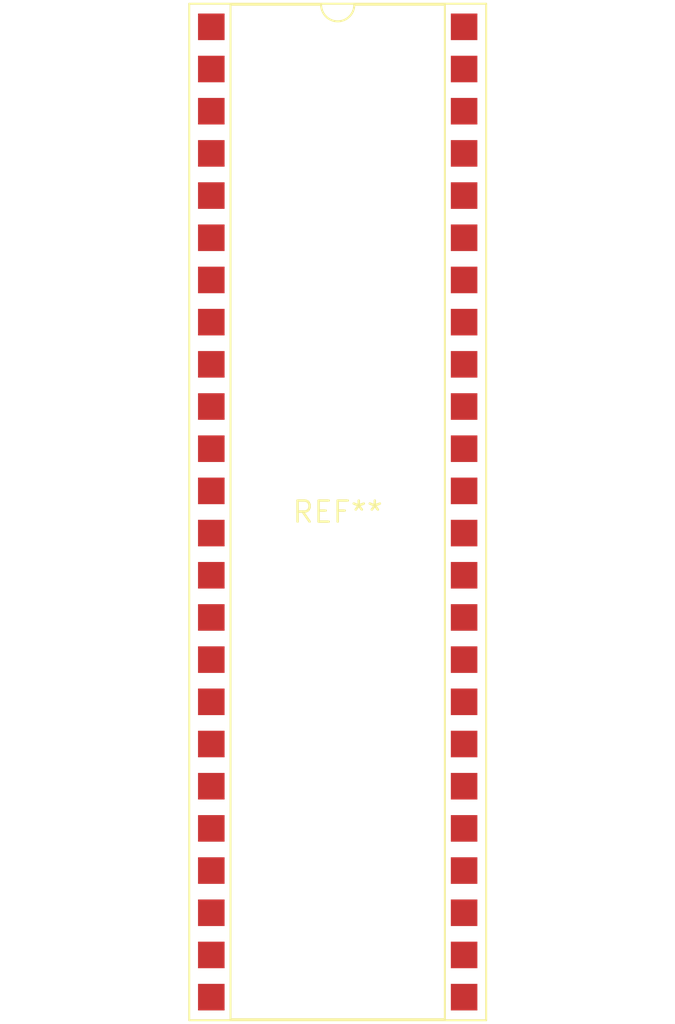
<source format=kicad_pcb>
(kicad_pcb (version 20240108) (generator pcbnew)
  (layers (0 "F.Cu" signal) (31 "B.Cu" signal) (34 "B.Paste" user) (35 "F.Paste" user) (36 "B.SilkS" user "B.Silkscreen") (37 "F.SilkS" user "F.Silkscreen") (38 "B.Mask" user) (39 "F.Mask" user) (44 "Edge.Cuts" user))
  (net 0 "")
  (footprint "DIP-48_W15.24mm_SMDSocket_SmallPads" (layer "F.Cu") (at 0 0)
    (property "Reference" "REF**")
    (property "Value" "DIP-48_W15.24mm_SMDSocket_SmallPads")
    (fp_line (start -8.95 -30.6) (end -8.95 30.6) (layer "F.SilkS") (stroke (width 0.12)))
    (fp_line (start -8.95 30.6) (end 8.95 30.6) (layer "F.SilkS") (stroke (width 0.12)))
    (fp_line (start -6.46 -30.54) (end -6.46 30.54) (layer "F.SilkS") (stroke (width 0.12)))
    (fp_line (start -6.46 30.54) (end 6.46 30.54) (layer "F.SilkS") (stroke (width 0.12)))
    (fp_line (start -1 -30.54) (end -6.46 -30.54) (layer "F.SilkS") (stroke (width 0.12)))
    (fp_line (start 6.46 -30.54) (end 1 -30.54) (layer "F.SilkS") (stroke (width 0.12)))
    (fp_line (start 6.46 30.54) (end 6.46 -30.54) (layer "F.SilkS") (stroke (width 0.12)))
    (fp_line (start 8.95 -30.6) (end -8.95 -30.6) (layer "F.SilkS") (stroke (width 0.12)))
    (fp_line (start 8.95 30.6) (end 8.95 -30.6) (layer "F.SilkS") (stroke (width 0.12)))
    (fp_arc (start 1 -30.54) (mid 0 -29.54) (end -1 -30.54) (layer "F.SilkS") (stroke (width 0.12)))
    (pad "1" smd rect (at -7.62 -29.21) (size 1.6 1.6) (layers "F.Cu" "F.Paste" "F.Mask"))
    (pad "2" smd rect (at -7.62 -26.67) (size 1.6 1.6) (layers "F.Cu" "F.Paste" "F.Mask"))
    (pad "3" smd rect (at -7.62 -24.13) (size 1.6 1.6) (layers "F.Cu" "F.Paste" "F.Mask"))
    (pad "4" smd rect (at -7.62 -21.59) (size 1.6 1.6) (layers "F.Cu" "F.Paste" "F.Mask"))
    (pad "5" smd rect (at -7.62 -19.05) (size 1.6 1.6) (layers "F.Cu" "F.Paste" "F.Mask"))
    (pad "6" smd rect (at -7.62 -16.51) (size 1.6 1.6) (layers "F.Cu" "F.Paste" "F.Mask"))
    (pad "7" smd rect (at -7.62 -13.97) (size 1.6 1.6) (layers "F.Cu" "F.Paste" "F.Mask"))
    (pad "8" smd rect (at -7.62 -11.43) (size 1.6 1.6) (layers "F.Cu" "F.Paste" "F.Mask"))
    (pad "9" smd rect (at -7.62 -8.89) (size 1.6 1.6) (layers "F.Cu" "F.Paste" "F.Mask"))
    (pad "10" smd rect (at -7.62 -6.35) (size 1.6 1.6) (layers "F.Cu" "F.Paste" "F.Mask"))
    (pad "11" smd rect (at -7.62 -3.81) (size 1.6 1.6) (layers "F.Cu" "F.Paste" "F.Mask"))
    (pad "12" smd rect (at -7.62 -1.27) (size 1.6 1.6) (layers "F.Cu" "F.Paste" "F.Mask"))
    (pad "13" smd rect (at -7.62 1.27) (size 1.6 1.6) (layers "F.Cu" "F.Paste" "F.Mask"))
    (pad "14" smd rect (at -7.62 3.81) (size 1.6 1.6) (layers "F.Cu" "F.Paste" "F.Mask"))
    (pad "15" smd rect (at -7.62 6.35) (size 1.6 1.6) (layers "F.Cu" "F.Paste" "F.Mask"))
    (pad "16" smd rect (at -7.62 8.89) (size 1.6 1.6) (layers "F.Cu" "F.Paste" "F.Mask"))
    (pad "17" smd rect (at -7.62 11.43) (size 1.6 1.6) (layers "F.Cu" "F.Paste" "F.Mask"))
    (pad "18" smd rect (at -7.62 13.97) (size 1.6 1.6) (layers "F.Cu" "F.Paste" "F.Mask"))
    (pad "19" smd rect (at -7.62 16.51) (size 1.6 1.6) (layers "F.Cu" "F.Paste" "F.Mask"))
    (pad "20" smd rect (at -7.62 19.05) (size 1.6 1.6) (layers "F.Cu" "F.Paste" "F.Mask"))
    (pad "21" smd rect (at -7.62 21.59) (size 1.6 1.6) (layers "F.Cu" "F.Paste" "F.Mask"))
    (pad "22" smd rect (at -7.62 24.13) (size 1.6 1.6) (layers "F.Cu" "F.Paste" "F.Mask"))
    (pad "23" smd rect (at -7.62 26.67) (size 1.6 1.6) (layers "F.Cu" "F.Paste" "F.Mask"))
    (pad "24" smd rect (at -7.62 29.21) (size 1.6 1.6) (layers "F.Cu" "F.Paste" "F.Mask"))
    (pad "25" smd rect (at 7.62 29.21) (size 1.6 1.6) (layers "F.Cu" "F.Paste" "F.Mask"))
    (pad "26" smd rect (at 7.62 26.67) (size 1.6 1.6) (layers "F.Cu" "F.Paste" "F.Mask"))
    (pad "27" smd rect (at 7.62 24.13) (size 1.6 1.6) (layers "F.Cu" "F.Paste" "F.Mask"))
    (pad "28" smd rect (at 7.62 21.59) (size 1.6 1.6) (layers "F.Cu" "F.Paste" "F.Mask"))
    (pad "29" smd rect (at 7.62 19.05) (size 1.6 1.6) (layers "F.Cu" "F.Paste" "F.Mask"))
    (pad "30" smd rect (at 7.62 16.51) (size 1.6 1.6) (layers "F.Cu" "F.Paste" "F.Mask"))
    (pad "31" smd rect (at 7.62 13.97) (size 1.6 1.6) (layers "F.Cu" "F.Paste" "F.Mask"))
    (pad "32" smd rect (at 7.62 11.43) (size 1.6 1.6) (layers "F.Cu" "F.Paste" "F.Mask"))
    (pad "33" smd rect (at 7.62 8.89) (size 1.6 1.6) (layers "F.Cu" "F.Paste" "F.Mask"))
    (pad "34" smd rect (at 7.62 6.35) (size 1.6 1.6) (layers "F.Cu" "F.Paste" "F.Mask"))
    (pad "35" smd rect (at 7.62 3.81) (size 1.6 1.6) (layers "F.Cu" "F.Paste" "F.Mask"))
    (pad "36" smd rect (at 7.62 1.27) (size 1.6 1.6) (layers "F.Cu" "F.Paste" "F.Mask"))
    (pad "37" smd rect (at 7.62 -1.27) (size 1.6 1.6) (layers "F.Cu" "F.Paste" "F.Mask"))
    (pad "38" smd rect (at 7.62 -3.81) (size 1.6 1.6) (layers "F.Cu" "F.Paste" "F.Mask"))
    (pad "39" smd rect (at 7.62 -6.35) (size 1.6 1.6) (layers "F.Cu" "F.Paste" "F.Mask"))
    (pad "40" smd rect (at 7.62 -8.89) (size 1.6 1.6) (layers "F.Cu" "F.Paste" "F.Mask"))
    (pad "41" smd rect (at 7.62 -11.43) (size 1.6 1.6) (layers "F.Cu" "F.Paste" "F.Mask"))
    (pad "42" smd rect (at 7.62 -13.97) (size 1.6 1.6) (layers "F.Cu" "F.Paste" "F.Mask"))
    (pad "43" smd rect (at 7.62 -16.51) (size 1.6 1.6) (layers "F.Cu" "F.Paste" "F.Mask"))
    (pad "44" smd rect (at 7.62 -19.05) (size 1.6 1.6) (layers "F.Cu" "F.Paste" "F.Mask"))
    (pad "45" smd rect (at 7.62 -21.59) (size 1.6 1.6) (layers "F.Cu" "F.Paste" "F.Mask"))
    (pad "46" smd rect (at 7.62 -24.13) (size 1.6 1.6) (layers "F.Cu" "F.Paste" "F.Mask"))
    (pad "47" smd rect (at 7.62 -26.67) (size 1.6 1.6) (layers "F.Cu" "F.Paste" "F.Mask"))
    (pad "48" smd rect (at 7.62 -29.21) (size 1.6 1.6) (layers "F.Cu" "F.Paste" "F.Mask"))
  )
)
</source>
